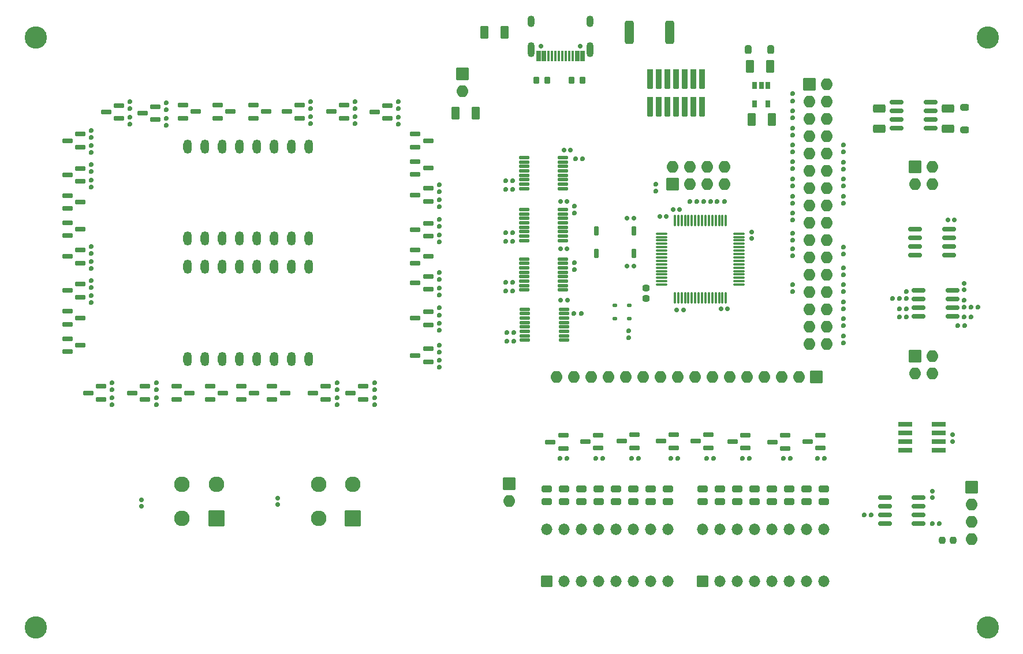
<source format=gbr>
%TF.GenerationSoftware,KiCad,Pcbnew,8.0.5*%
%TF.CreationDate,2024-11-21T16:50:39-07:00*%
%TF.ProjectId,CMPE2750,434d5045-3237-4353-902e-6b696361645f,rev?*%
%TF.SameCoordinates,Original*%
%TF.FileFunction,Soldermask,Top*%
%TF.FilePolarity,Negative*%
%FSLAX46Y46*%
G04 Gerber Fmt 4.6, Leading zero omitted, Abs format (unit mm)*
G04 Created by KiCad (PCBNEW 8.0.5) date 2024-11-21 16:50:39*
%MOMM*%
%LPD*%
G01*
G04 APERTURE LIST*
G04 Aperture macros list*
%AMRoundRect*
0 Rectangle with rounded corners*
0 $1 Rounding radius*
0 $2 $3 $4 $5 $6 $7 $8 $9 X,Y pos of 4 corners*
0 Add a 4 corners polygon primitive as box body*
4,1,4,$2,$3,$4,$5,$6,$7,$8,$9,$2,$3,0*
0 Add four circle primitives for the rounded corners*
1,1,$1+$1,$2,$3*
1,1,$1+$1,$4,$5*
1,1,$1+$1,$6,$7*
1,1,$1+$1,$8,$9*
0 Add four rect primitives between the rounded corners*
20,1,$1+$1,$2,$3,$4,$5,0*
20,1,$1+$1,$4,$5,$6,$7,0*
20,1,$1+$1,$6,$7,$8,$9,0*
20,1,$1+$1,$8,$9,$2,$3,0*%
G04 Aperture macros list end*
%ADD10RoundRect,0.035000X-0.990600X-0.279400X0.990600X-0.279400X0.990600X0.279400X-0.990600X0.279400X0*%
%ADD11RoundRect,0.130000X-0.205000X-0.130000X0.205000X-0.130000X0.205000X0.130000X-0.205000X0.130000X0*%
%ADD12RoundRect,0.152500X0.202500X-0.152500X0.202500X0.152500X-0.202500X0.152500X-0.202500X-0.152500X0*%
%ADD13RoundRect,0.130000X0.205000X0.130000X-0.205000X0.130000X-0.205000X-0.130000X0.205000X-0.130000X0*%
%ADD14RoundRect,0.157500X-0.187500X0.157500X-0.187500X-0.157500X0.187500X-0.157500X0.187500X0.157500X0*%
%ADD15RoundRect,0.261250X-0.473750X0.261250X-0.473750X-0.261250X0.473750X-0.261250X0.473750X0.261250X0*%
%ADD16RoundRect,0.157500X-0.157500X-0.187500X0.157500X-0.187500X0.157500X0.187500X-0.157500X0.187500X0*%
%ADD17RoundRect,0.242500X0.242500X0.392500X-0.242500X0.392500X-0.242500X-0.392500X0.242500X-0.392500X0*%
%ADD18RoundRect,0.035000X0.800000X-0.800000X0.800000X0.800000X-0.800000X0.800000X-0.800000X-0.800000X0*%
%ADD19O,1.670000X1.670000*%
%ADD20RoundRect,0.157500X0.187500X-0.157500X0.187500X0.157500X-0.187500X0.157500X-0.187500X-0.157500X0*%
%ADD21RoundRect,0.152500X0.152500X0.202500X-0.152500X0.202500X-0.152500X-0.202500X0.152500X-0.202500X0*%
%ADD22RoundRect,0.167500X-0.842500X-0.167500X0.842500X-0.167500X0.842500X0.167500X-0.842500X0.167500X0*%
%ADD23C,3.270000*%
%ADD24RoundRect,0.152500X-0.202500X0.152500X-0.202500X-0.152500X0.202500X-0.152500X0.202500X0.152500X0*%
%ADD25RoundRect,0.167500X0.605000X0.167500X-0.605000X0.167500X-0.605000X-0.167500X0.605000X-0.167500X0*%
%ADD26RoundRect,0.265217X0.344783X0.669783X-0.344783X0.669783X-0.344783X-0.669783X0.344783X-0.669783X0*%
%ADD27RoundRect,0.157500X0.157500X0.187500X-0.157500X0.187500X-0.157500X-0.187500X0.157500X-0.187500X0*%
%ADD28C,0.720000*%
%ADD29RoundRect,0.035000X0.300000X0.725000X-0.300000X0.725000X-0.300000X-0.725000X0.300000X-0.725000X0*%
%ADD30RoundRect,0.035000X0.150000X0.725000X-0.150000X0.725000X-0.150000X-0.725000X0.150000X-0.725000X0*%
%ADD31O,1.070000X2.170000*%
%ADD32O,1.070000X1.670000*%
%ADD33RoundRect,0.035000X-0.850000X-0.850000X0.850000X-0.850000X0.850000X0.850000X-0.850000X0.850000X0*%
%ADD34O,1.770000X1.770000*%
%ADD35RoundRect,0.167500X-0.605000X-0.167500X0.605000X-0.167500X0.605000X0.167500X-0.605000X0.167500X0*%
%ADD36O,1.270000X2.070000*%
%ADD37RoundRect,0.152500X-0.152500X-0.202500X0.152500X-0.202500X0.152500X0.202500X-0.152500X0.202500X0*%
%ADD38RoundRect,0.265217X-0.669783X0.344783X-0.669783X-0.344783X0.669783X-0.344783X0.669783X0.344783X0*%
%ADD39RoundRect,0.035000X0.850000X-0.850000X0.850000X0.850000X-0.850000X0.850000X-0.850000X-0.850000X0*%
%ADD40RoundRect,0.236250X0.236250X0.273750X-0.236250X0.273750X-0.236250X-0.273750X0.236250X-0.273750X0*%
%ADD41RoundRect,0.117500X-0.655000X-0.117500X0.655000X-0.117500X0.655000X0.117500X-0.655000X0.117500X0*%
%ADD42RoundRect,0.035000X-0.279400X0.622300X-0.279400X-0.622300X0.279400X-0.622300X0.279400X0.622300X0*%
%ADD43RoundRect,0.264286X-0.383214X-1.445714X0.383214X-1.445714X0.383214X1.445714X-0.383214X1.445714X0*%
%ADD44RoundRect,0.265217X-0.344783X-0.669783X0.344783X-0.669783X0.344783X0.669783X-0.344783X0.669783X0*%
%ADD45RoundRect,0.092500X-0.717500X-0.092500X0.717500X-0.092500X0.717500X0.092500X-0.717500X0.092500X0*%
%ADD46RoundRect,0.092500X-0.092500X-0.717500X0.092500X-0.717500X0.092500X0.717500X-0.092500X0.717500X0*%
%ADD47RoundRect,0.217500X-0.217500X-0.292500X0.217500X-0.292500X0.217500X0.292500X-0.217500X0.292500X0*%
%ADD48RoundRect,0.035000X-0.850000X0.850000X-0.850000X-0.850000X0.850000X-0.850000X0.850000X0.850000X0*%
%ADD49RoundRect,0.035000X1.104900X1.104900X-1.104900X1.104900X-1.104900X-1.104900X1.104900X-1.104900X0*%
%ADD50C,2.279800*%
%ADD51RoundRect,0.217500X0.217500X0.292500X-0.217500X0.292500X-0.217500X-0.292500X0.217500X-0.292500X0*%
%ADD52RoundRect,0.242500X-0.392500X0.242500X-0.392500X-0.242500X0.392500X-0.242500X0.392500X0.242500X0*%
%ADD53RoundRect,0.035000X0.368300X1.397000X-0.368300X1.397000X-0.368300X-1.397000X0.368300X-1.397000X0*%
%ADD54RoundRect,0.236250X0.273750X-0.236250X0.273750X0.236250X-0.273750X0.236250X-0.273750X-0.236250X0*%
%ADD55RoundRect,0.265217X0.669783X-0.344783X0.669783X0.344783X-0.669783X0.344783X-0.669783X-0.344783X0*%
%ADD56RoundRect,0.035000X-0.299999X-0.500000X0.299999X-0.500000X0.299999X0.500000X-0.299999X0.500000X0*%
G04 APERTURE END LIST*
D10*
%TO.C,U13*%
X185072400Y-107750000D03*
X185072400Y-109020000D03*
X185072400Y-110290000D03*
X185072400Y-111560000D03*
X190000000Y-111560000D03*
X190000000Y-110290000D03*
X190000000Y-109020000D03*
X190000000Y-107750000D03*
%TD*%
D11*
%TO.C,D20*%
X144550000Y-90250000D03*
X142450000Y-90250000D03*
%TD*%
D12*
%TO.C,R39*%
X144500000Y-95010000D03*
X144500000Y-93990000D03*
%TD*%
D13*
%TO.C,D19*%
X144550000Y-92250000D03*
X142450000Y-92250000D03*
%TD*%
D14*
%TO.C,C16*%
X192000000Y-109270000D03*
X192000000Y-110230000D03*
%TD*%
D15*
%TO.C,D12*%
X157860000Y-117202500D03*
X157860000Y-119077500D03*
%TD*%
%TO.C,D15*%
X165480000Y-117202500D03*
X165480000Y-119077500D03*
%TD*%
D12*
%TO.C,R9*%
X176000000Y-85770000D03*
X176000000Y-84750000D03*
%TD*%
D16*
%TO.C,C2*%
X151000000Y-76250000D03*
X151960000Y-76250000D03*
%TD*%
D17*
%TO.C,D1*%
X165350000Y-52750000D03*
X162050000Y-52750000D03*
%TD*%
D18*
%TO.C,SW2*%
X132460000Y-130760000D03*
D19*
X135000000Y-130760000D03*
X137540000Y-130760000D03*
X140080000Y-130760000D03*
X142620000Y-130760000D03*
X145160000Y-130760000D03*
X147700000Y-130760000D03*
X150240000Y-130760000D03*
X150240000Y-123140000D03*
X147700000Y-123140000D03*
X145160000Y-123140000D03*
X142620000Y-123140000D03*
X140080000Y-123140000D03*
X137540000Y-123140000D03*
X135000000Y-123140000D03*
X132460000Y-123140000D03*
%TD*%
D20*
%TO.C,C13*%
X189050000Y-118500000D03*
X189050000Y-117540000D03*
%TD*%
D16*
%TO.C,C4*%
X149040000Y-77250000D03*
X150000000Y-77250000D03*
%TD*%
D21*
%TO.C,R182*%
X156960000Y-112760000D03*
X155940000Y-112760000D03*
%TD*%
D22*
%TO.C,U4*%
X182050000Y-118460000D03*
X182050000Y-119730000D03*
X182050000Y-121000000D03*
X182050000Y-122270000D03*
X187000000Y-122270000D03*
X187000000Y-121000000D03*
X187000000Y-119730000D03*
X187000000Y-118460000D03*
%TD*%
D23*
%TO.C,H2*%
X197125000Y-51000000D03*
%TD*%
D12*
%TO.C,R4*%
X176000000Y-67770000D03*
X176000000Y-66750000D03*
%TD*%
%TO.C,R13*%
X176000000Y-95760000D03*
X176000000Y-94740000D03*
%TD*%
D24*
%TO.C,R47*%
X71330000Y-60410000D03*
X71330000Y-61430000D03*
%TD*%
%TO.C,R75*%
X107205000Y-101610000D03*
X107205000Y-102630000D03*
%TD*%
D25*
%TO.C,Q65*%
X172575000Y-111210000D03*
X172575000Y-109310000D03*
X170700000Y-110260000D03*
%TD*%
D26*
%TO.C,C9*%
X165250000Y-55250000D03*
X162300000Y-55250000D03*
%TD*%
D12*
%TO.C,R10*%
X176000000Y-88260000D03*
X176000000Y-87240000D03*
%TD*%
D24*
%TO.C,R50*%
X116705000Y-72560000D03*
X116705000Y-73580000D03*
%TD*%
D27*
%TO.C,C3*%
X158980000Y-90750000D03*
X158020000Y-90750000D03*
%TD*%
D24*
%TO.C,R80*%
X116705000Y-90660000D03*
X116705000Y-91680000D03*
%TD*%
D28*
%TO.C,J6*%
X137390000Y-52250000D03*
X131610000Y-52250000D03*
D29*
X137750000Y-53695000D03*
X136950000Y-53695000D03*
D30*
X135750000Y-53695000D03*
X134750000Y-53695000D03*
X134250000Y-53695000D03*
X133250000Y-53695000D03*
D29*
X132050000Y-53695000D03*
X131250000Y-53695000D03*
X131250000Y-53695000D03*
X132050000Y-53695000D03*
D30*
X132750000Y-53695000D03*
X133750000Y-53695000D03*
X135250000Y-53695000D03*
X136250000Y-53695000D03*
D29*
X136950000Y-53695000D03*
X137750000Y-53695000D03*
D31*
X138820000Y-52780000D03*
D32*
X138820000Y-48600000D03*
D31*
X130180000Y-52780000D03*
D32*
X130180000Y-48600000D03*
%TD*%
D26*
%TO.C,C31*%
X126250000Y-50250000D03*
X123300000Y-50250000D03*
%TD*%
D25*
%TO.C,Q55*%
X151075000Y-111160000D03*
X151075000Y-109260000D03*
X149200000Y-110210000D03*
%TD*%
D24*
%TO.C,R65*%
X71330000Y-62660000D03*
X71330000Y-63680000D03*
%TD*%
D33*
%TO.C,J8*%
X186460000Y-70000000D03*
D34*
X189000000Y-70000000D03*
X186460000Y-72540000D03*
X189000000Y-72540000D03*
%TD*%
D21*
%TO.C,R91*%
X137510000Y-91500000D03*
X136490000Y-91500000D03*
%TD*%
D24*
%TO.C,R100*%
X116705000Y-98360000D03*
X116705000Y-99380000D03*
%TD*%
D15*
%TO.C,D8*%
X145160000Y-117202500D03*
X145160000Y-119077500D03*
%TD*%
D25*
%TO.C,Q4*%
X115080000Y-75020000D03*
X115080000Y-73120000D03*
X113205000Y-74070000D03*
%TD*%
D15*
%TO.C,D11*%
X160400000Y-117202500D03*
X160400000Y-119077500D03*
%TD*%
%TO.C,D17*%
X170560000Y-117202500D03*
X170560000Y-119077500D03*
%TD*%
%TO.C,D7*%
X147700000Y-117202500D03*
X147700000Y-119077500D03*
%TD*%
D35*
%TO.C,Q44*%
X113205000Y-82170000D03*
X113205000Y-84070000D03*
X115080000Y-83120000D03*
%TD*%
D23*
%TO.C,H3*%
X197125000Y-137500000D03*
%TD*%
D12*
%TO.C,R2*%
X168500000Y-70250000D03*
X168500000Y-69230000D03*
%TD*%
D36*
%TO.C,U10*%
X79800000Y-80500000D03*
X82340000Y-80500000D03*
X84880000Y-80500000D03*
X87420000Y-80500000D03*
X89960000Y-80500000D03*
X92500000Y-80500000D03*
X95040000Y-80500000D03*
X97580000Y-80500000D03*
X97580000Y-67000000D03*
X95040000Y-67000000D03*
X92500000Y-67000000D03*
X89960000Y-67000000D03*
X87420000Y-67000000D03*
X84880000Y-67000000D03*
X82340000Y-67000000D03*
X79800000Y-67000000D03*
%TD*%
D37*
%TO.C,R63*%
X126490000Y-73250000D03*
X127510000Y-73250000D03*
%TD*%
D15*
%TO.C,D3*%
X132460000Y-117202500D03*
X132460000Y-119077500D03*
%TD*%
D25*
%TO.C,Q53*%
X140012500Y-111210000D03*
X140012500Y-109310000D03*
X138137500Y-110260000D03*
%TD*%
%TO.C,Q25*%
X115080000Y-93120000D03*
X115080000Y-91220000D03*
X113205000Y-92170000D03*
%TD*%
D20*
%TO.C,C32*%
X73000000Y-119750000D03*
X73000000Y-118790000D03*
%TD*%
D26*
%TO.C,C10*%
X165500000Y-63000000D03*
X162550000Y-63000000D03*
%TD*%
D25*
%TO.C,Q5*%
X64080000Y-72120000D03*
X64080000Y-70220000D03*
X62205000Y-71170000D03*
%TD*%
D38*
%TO.C,C11*%
X181275000Y-61410000D03*
X181275000Y-64360000D03*
%TD*%
D27*
%TO.C,C7*%
X145230000Y-84500000D03*
X144270000Y-84500000D03*
%TD*%
D25*
%TO.C,Q23*%
X73580000Y-104070000D03*
X73580000Y-102170000D03*
X71705000Y-103120000D03*
%TD*%
D24*
%TO.C,R93*%
X107205000Y-103860000D03*
X107205000Y-104880000D03*
%TD*%
D25*
%TO.C,Q20*%
X105580000Y-104070000D03*
X105580000Y-102170000D03*
X103705000Y-103120000D03*
%TD*%
D12*
%TO.C,R21*%
X168500000Y-80720000D03*
X168500000Y-79700000D03*
%TD*%
D15*
%TO.C,D14*%
X155320000Y-117202500D03*
X155320000Y-119077500D03*
%TD*%
D24*
%TO.C,R70*%
X97830000Y-62610000D03*
X97830000Y-63630000D03*
%TD*%
%TO.C,R97*%
X116705000Y-87735000D03*
X116705000Y-88755000D03*
%TD*%
D35*
%TO.C,Q50*%
X83080000Y-102170000D03*
X83080000Y-104070000D03*
X84955000Y-103120000D03*
%TD*%
D27*
%TO.C,C27*%
X135500000Y-89500000D03*
X134540000Y-89500000D03*
%TD*%
D37*
%TO.C,R85*%
X126627500Y-94250000D03*
X127647500Y-94250000D03*
%TD*%
D24*
%TO.C,R72*%
X65705000Y-66860000D03*
X65705000Y-67880000D03*
%TD*%
D25*
%TO.C,Q51*%
X134887500Y-111260000D03*
X134887500Y-109360000D03*
X133012500Y-110310000D03*
%TD*%
D35*
%TO.C,Q41*%
X113205000Y-69170000D03*
X113205000Y-71070000D03*
X115080000Y-70120000D03*
%TD*%
D15*
%TO.C,D9*%
X150240000Y-117202500D03*
X150240000Y-119077500D03*
%TD*%
D37*
%TO.C,R56*%
X126490000Y-80875000D03*
X127510000Y-80875000D03*
%TD*%
D22*
%TO.C,U5*%
X186500000Y-79095000D03*
X186500000Y-80365000D03*
X186500000Y-81635000D03*
X186500000Y-82905000D03*
X191450000Y-82905000D03*
X191450000Y-81635000D03*
X191450000Y-80365000D03*
X191450000Y-79095000D03*
%TD*%
D25*
%TO.C,Q9*%
X109080000Y-62870000D03*
X109080000Y-60970000D03*
X107205000Y-61920000D03*
%TD*%
D20*
%TO.C,C8*%
X93000000Y-119480000D03*
X93000000Y-118520000D03*
%TD*%
D21*
%TO.C,R171*%
X151710000Y-112760000D03*
X150690000Y-112760000D03*
%TD*%
D24*
%TO.C,R82*%
X116705000Y-96110000D03*
X116705000Y-97130000D03*
%TD*%
D33*
%TO.C,J3*%
X171000000Y-57850000D03*
D34*
X173540000Y-57850000D03*
X171000000Y-60390000D03*
X173540000Y-60390000D03*
X171000000Y-62930000D03*
X173540000Y-62930000D03*
X171000000Y-65470000D03*
X173540000Y-65470000D03*
X171000000Y-68010000D03*
X173540000Y-68010000D03*
X171000000Y-70550000D03*
X173540000Y-70550000D03*
X171000000Y-73090000D03*
X173540000Y-73090000D03*
X171000000Y-75630000D03*
X173540000Y-75630000D03*
X171000000Y-78170000D03*
X173540000Y-78170000D03*
X171000000Y-80710000D03*
X173540000Y-80710000D03*
X171000000Y-83250000D03*
X173540000Y-83250000D03*
X171000000Y-85790000D03*
X173540000Y-85790000D03*
X171000000Y-88330000D03*
X173540000Y-88330000D03*
X171000000Y-90870000D03*
X173540000Y-90870000D03*
X171000000Y-93410000D03*
X173540000Y-93410000D03*
X171000000Y-95950000D03*
X173540000Y-95950000D03*
%TD*%
D25*
%TO.C,Q21*%
X64080000Y-89070000D03*
X64080000Y-87170000D03*
X62205000Y-88120000D03*
%TD*%
D18*
%TO.C,SW3*%
X155320000Y-130760000D03*
D19*
X157860000Y-130760000D03*
X160400000Y-130760000D03*
X162940000Y-130760000D03*
X165480000Y-130760000D03*
X168020000Y-130760000D03*
X170560000Y-130760000D03*
X173100000Y-130760000D03*
X173100000Y-123140000D03*
X170560000Y-123140000D03*
X168020000Y-123140000D03*
X165480000Y-123140000D03*
X162940000Y-123140000D03*
X160400000Y-123140000D03*
X157860000Y-123140000D03*
X155320000Y-123140000D03*
%TD*%
D24*
%TO.C,R51*%
X65705000Y-69660000D03*
X65705000Y-70680000D03*
%TD*%
D22*
%TO.C,U3*%
X183800000Y-60480000D03*
X183800000Y-61750000D03*
X183800000Y-63020000D03*
X183800000Y-64290000D03*
X188750000Y-64290000D03*
X188750000Y-63020000D03*
X188750000Y-61750000D03*
X188750000Y-60480000D03*
%TD*%
D23*
%TO.C,H4*%
X57500000Y-137500000D03*
%TD*%
D37*
%TO.C,R24*%
X155490000Y-75000000D03*
X156510000Y-75000000D03*
%TD*%
D25*
%TO.C,Q8*%
X64080000Y-67070000D03*
X64080000Y-65170000D03*
X62205000Y-66120000D03*
%TD*%
D15*
%TO.C,D5*%
X137540000Y-117202500D03*
X137540000Y-119077500D03*
%TD*%
D24*
%TO.C,R92*%
X65705000Y-83860000D03*
X65705000Y-84880000D03*
%TD*%
D39*
%TO.C,J2*%
X150960000Y-72540000D03*
D34*
X150960000Y-70000000D03*
X153500000Y-72540000D03*
X153500000Y-70000000D03*
X156040000Y-72540000D03*
X156040000Y-70000000D03*
X158580000Y-72540000D03*
X158580000Y-70000000D03*
%TD*%
D12*
%TO.C,R17*%
X168500000Y-65270000D03*
X168500000Y-64250000D03*
%TD*%
D40*
%TO.C,FB2*%
X192037500Y-124710000D03*
X190462500Y-124710000D03*
%TD*%
D37*
%TO.C,R83*%
X126627500Y-95500000D03*
X127647500Y-95500000D03*
%TD*%
D27*
%TO.C,C6*%
X145230000Y-77500000D03*
X144270000Y-77500000D03*
%TD*%
D41*
%TO.C,U8*%
X129137500Y-76225000D03*
X129137500Y-76875000D03*
X129137500Y-77525000D03*
X129137500Y-78175000D03*
X129137500Y-78825000D03*
X129137500Y-79475000D03*
X129137500Y-80125000D03*
X129137500Y-80775000D03*
X134862500Y-80775000D03*
X134862500Y-80125000D03*
X134862500Y-79475000D03*
X134862500Y-78825000D03*
X134862500Y-78175000D03*
X134862500Y-77525000D03*
X134862500Y-76875000D03*
X134862500Y-76225000D03*
%TD*%
D37*
%TO.C,R25*%
X153490000Y-75000000D03*
X154510000Y-75000000D03*
%TD*%
D33*
%TO.C,J9*%
X120080000Y-56345000D03*
D34*
X120080000Y-58885000D03*
%TD*%
D12*
%TO.C,R12*%
X176000000Y-93260000D03*
X176000000Y-92240000D03*
%TD*%
D21*
%TO.C,R27*%
X180060000Y-121020000D03*
X179040000Y-121020000D03*
%TD*%
D24*
%TO.C,R54*%
X65705000Y-64610000D03*
X65705000Y-65630000D03*
%TD*%
D25*
%TO.C,Q7*%
X102767500Y-62820000D03*
X102767500Y-60920000D03*
X100892500Y-61870000D03*
%TD*%
D24*
%TO.C,R48*%
X116705000Y-77660000D03*
X116705000Y-78680000D03*
%TD*%
%TO.C,R53*%
X104392500Y-60360000D03*
X104392500Y-61380000D03*
%TD*%
D25*
%TO.C,Q3*%
X75080000Y-63020000D03*
X75080000Y-61120000D03*
X73205000Y-62070000D03*
%TD*%
%TO.C,Q22*%
X100080000Y-104070000D03*
X100080000Y-102170000D03*
X98205000Y-103120000D03*
%TD*%
D35*
%TO.C,Q47*%
X87705000Y-102170000D03*
X87705000Y-104070000D03*
X89580000Y-103120000D03*
%TD*%
D42*
%TO.C,X1*%
X145250000Y-79361700D03*
X139750000Y-79361700D03*
X139750000Y-82638300D03*
X145250000Y-82638300D03*
%TD*%
D24*
%TO.C,R96*%
X75205000Y-103860000D03*
X75205000Y-104880000D03*
%TD*%
D12*
%TO.C,R8*%
X176000000Y-82770000D03*
X176000000Y-81750000D03*
%TD*%
%TO.C,R5*%
X176000000Y-70270000D03*
X176000000Y-69250000D03*
%TD*%
D37*
%TO.C,R58*%
X126490000Y-79625000D03*
X127510000Y-79625000D03*
%TD*%
D35*
%TO.C,Q46*%
X62205000Y-95170000D03*
X62205000Y-97070000D03*
X64080000Y-96120000D03*
%TD*%
D25*
%TO.C,Q63*%
X167450000Y-111260000D03*
X167450000Y-109360000D03*
X165575000Y-110310000D03*
%TD*%
D23*
%TO.C,H1*%
X57500000Y-51000000D03*
%TD*%
D24*
%TO.C,R69*%
X65705000Y-71910000D03*
X65705000Y-72930000D03*
%TD*%
%TO.C,R71*%
X104392500Y-62610000D03*
X104392500Y-63630000D03*
%TD*%
D43*
%TO.C,R14*%
X144575000Y-50250000D03*
X150500000Y-50250000D03*
%TD*%
D41*
%TO.C,U9*%
X129137500Y-83475000D03*
X129137500Y-84125000D03*
X129137500Y-84775000D03*
X129137500Y-85425000D03*
X129137500Y-86075000D03*
X129137500Y-86725000D03*
X129137500Y-87375000D03*
X129137500Y-88025000D03*
X134862500Y-88025000D03*
X134862500Y-87375000D03*
X134862500Y-86725000D03*
X134862500Y-86075000D03*
X134862500Y-85425000D03*
X134862500Y-84775000D03*
X134862500Y-84125000D03*
X134862500Y-83475000D03*
%TD*%
D35*
%TO.C,Q42*%
X62205000Y-74170000D03*
X62205000Y-76070000D03*
X64080000Y-75120000D03*
%TD*%
D44*
%TO.C,C26*%
X119105000Y-62120000D03*
X122055000Y-62120000D03*
%TD*%
D24*
%TO.C,R77*%
X101705000Y-101610000D03*
X101705000Y-102630000D03*
%TD*%
D21*
%TO.C,R179*%
X162210000Y-112760000D03*
X161190000Y-112760000D03*
%TD*%
%TO.C,R163*%
X135460000Y-112760000D03*
X134440000Y-112760000D03*
%TD*%
D24*
%TO.C,R67*%
X76705000Y-62810000D03*
X76705000Y-63830000D03*
%TD*%
D12*
%TO.C,R16*%
X168500000Y-62750000D03*
X168500000Y-61730000D03*
%TD*%
D45*
%TO.C,U1*%
X149325000Y-79750000D03*
X149325000Y-80250000D03*
X149325000Y-80750000D03*
X149325000Y-81250000D03*
X149325000Y-81750000D03*
X149325000Y-82250000D03*
X149325000Y-82750000D03*
X149325000Y-83250000D03*
X149325000Y-83750000D03*
X149325000Y-84250000D03*
X149325000Y-84750000D03*
X149325000Y-85250000D03*
X149325000Y-85750000D03*
X149325000Y-86250000D03*
X149325000Y-86750000D03*
X149325000Y-87250000D03*
D46*
X151250000Y-89175000D03*
X151750000Y-89175000D03*
X152250000Y-89175000D03*
X152750000Y-89175000D03*
X153250000Y-89175000D03*
X153750000Y-89175000D03*
X154250000Y-89175000D03*
X154750000Y-89175000D03*
X155250000Y-89175000D03*
X155750000Y-89175000D03*
X156250000Y-89175000D03*
X156750000Y-89175000D03*
X157250000Y-89175000D03*
X157750000Y-89175000D03*
X158250000Y-89175000D03*
X158750000Y-89175000D03*
D45*
X160675000Y-87250000D03*
X160675000Y-86750000D03*
X160675000Y-86250000D03*
X160675000Y-85750000D03*
X160675000Y-85250000D03*
X160675000Y-84750000D03*
X160675000Y-84250000D03*
X160675000Y-83750000D03*
X160675000Y-83250000D03*
X160675000Y-82750000D03*
X160675000Y-82250000D03*
X160675000Y-81750000D03*
X160675000Y-81250000D03*
X160675000Y-80750000D03*
X160675000Y-80250000D03*
X160675000Y-79750000D03*
D46*
X158750000Y-77825000D03*
X158250000Y-77825000D03*
X157750000Y-77825000D03*
X157250000Y-77825000D03*
X156750000Y-77825000D03*
X156250000Y-77825000D03*
X155750000Y-77825000D03*
X155250000Y-77825000D03*
X154750000Y-77825000D03*
X154250000Y-77825000D03*
X153750000Y-77825000D03*
X153250000Y-77825000D03*
X152750000Y-77825000D03*
X152250000Y-77825000D03*
X151750000Y-77825000D03*
X151250000Y-77825000D03*
%TD*%
D15*
%TO.C,D6*%
X140080000Y-117202500D03*
X140080000Y-119077500D03*
%TD*%
D35*
%TO.C,Q37*%
X89455000Y-60920000D03*
X89455000Y-62820000D03*
X91330000Y-61870000D03*
%TD*%
%TO.C,Q38*%
X79142500Y-60920000D03*
X79142500Y-62820000D03*
X81017500Y-61870000D03*
%TD*%
D37*
%TO.C,R28*%
X189030000Y-122270000D03*
X190050000Y-122270000D03*
%TD*%
D27*
%TO.C,C5*%
X152500000Y-91000000D03*
X151540000Y-91000000D03*
%TD*%
D16*
%TO.C,C24*%
X135020000Y-67500000D03*
X135980000Y-67500000D03*
%TD*%
D25*
%TO.C,Q24*%
X115080000Y-87945000D03*
X115080000Y-86045000D03*
X113205000Y-86995000D03*
%TD*%
D21*
%TO.C,R189*%
X173210000Y-112760000D03*
X172190000Y-112760000D03*
%TD*%
%TO.C,R57*%
X137760000Y-68750000D03*
X136740000Y-68750000D03*
%TD*%
D24*
%TO.C,R78*%
X75205000Y-101610000D03*
X75205000Y-102630000D03*
%TD*%
D47*
%TO.C,R29*%
X136100000Y-57250000D03*
X137750000Y-57250000D03*
%TD*%
D24*
%TO.C,R66*%
X116705000Y-79910000D03*
X116705000Y-80930000D03*
%TD*%
D25*
%TO.C,Q58*%
X145325000Y-111160000D03*
X145325000Y-109260000D03*
X143450000Y-110210000D03*
%TD*%
D24*
%TO.C,R68*%
X116705000Y-74810000D03*
X116705000Y-75830000D03*
%TD*%
D27*
%TO.C,C14*%
X192250000Y-77750000D03*
X191290000Y-77750000D03*
%TD*%
D24*
%TO.C,R99*%
X68705000Y-103860000D03*
X68705000Y-104880000D03*
%TD*%
D21*
%TO.C,R165*%
X140700000Y-112760000D03*
X139680000Y-112760000D03*
%TD*%
D25*
%TO.C,Q6*%
X96205000Y-62820000D03*
X96205000Y-60920000D03*
X94330000Y-61870000D03*
%TD*%
D33*
%TO.C,J5*%
X194750000Y-116920000D03*
D34*
X194750000Y-119460000D03*
X194750000Y-122000000D03*
X194750000Y-124540000D03*
%TD*%
D12*
%TO.C,R6*%
X176000000Y-72760000D03*
X176000000Y-71740000D03*
%TD*%
D48*
%TO.C,J4*%
X171980000Y-100750000D03*
D34*
X169440000Y-100750000D03*
X166900000Y-100750000D03*
X164360000Y-100750000D03*
X161820000Y-100750000D03*
X159280000Y-100750000D03*
X156740000Y-100750000D03*
X154200000Y-100750000D03*
X151660000Y-100750000D03*
X149120000Y-100750000D03*
X146580000Y-100750000D03*
X144040000Y-100750000D03*
X141500000Y-100750000D03*
X138960000Y-100750000D03*
X136420000Y-100750000D03*
X133880000Y-100750000D03*
%TD*%
D27*
%TO.C,C25*%
X135460000Y-75000000D03*
X134500000Y-75000000D03*
%TD*%
D12*
%TO.C,R3*%
X168500000Y-67750000D03*
X168500000Y-66730000D03*
%TD*%
D37*
%TO.C,R90*%
X126490000Y-88125000D03*
X127510000Y-88125000D03*
%TD*%
D49*
%TO.C,SW4*%
X84000000Y-121500000D03*
D50*
X84000000Y-116500000D03*
X79000000Y-116500000D03*
X79000000Y-121500000D03*
%TD*%
D12*
%TO.C,R20*%
X168500000Y-77770000D03*
X168500000Y-76750000D03*
%TD*%
D24*
%TO.C,R79*%
X116705000Y-85485000D03*
X116705000Y-86505000D03*
%TD*%
D15*
%TO.C,D16*%
X168020000Y-117202500D03*
X168020000Y-119077500D03*
%TD*%
D12*
%TO.C,R84*%
X136500000Y-85010000D03*
X136500000Y-83990000D03*
%TD*%
D51*
%TO.C,R30*%
X132575000Y-57250000D03*
X130925000Y-57250000D03*
%TD*%
D52*
%TO.C,D2*%
X193775000Y-61235000D03*
X193775000Y-64535000D03*
%TD*%
D35*
%TO.C,Q39*%
X84205000Y-60920000D03*
X84205000Y-62820000D03*
X86080000Y-61870000D03*
%TD*%
D24*
%TO.C,R76*%
X65705000Y-86610000D03*
X65705000Y-87630000D03*
%TD*%
%TO.C,R52*%
X97830000Y-60360000D03*
X97830000Y-61380000D03*
%TD*%
%TO.C,R64*%
X136500000Y-75740000D03*
X136500000Y-76760000D03*
%TD*%
D25*
%TO.C,Q59*%
X161575000Y-111210000D03*
X161575000Y-109310000D03*
X159700000Y-110260000D03*
%TD*%
%TO.C,Q62*%
X156200000Y-111160000D03*
X156200000Y-109260000D03*
X154325000Y-110210000D03*
%TD*%
%TO.C,Q26*%
X67080000Y-104070000D03*
X67080000Y-102170000D03*
X65205000Y-103120000D03*
%TD*%
D24*
%TO.C,R98*%
X116705000Y-92910000D03*
X116705000Y-93930000D03*
%TD*%
D12*
%TO.C,R15*%
X168500000Y-60270000D03*
X168500000Y-59250000D03*
%TD*%
D34*
%TO.C,J7*%
X189000000Y-100265000D03*
X186460000Y-100265000D03*
X189000000Y-97725000D03*
D33*
X186460000Y-97725000D03*
%TD*%
%TO.C,J10*%
X127000000Y-116460000D03*
D34*
X127000000Y-119000000D03*
%TD*%
D35*
%TO.C,Q45*%
X62205000Y-91170000D03*
X62205000Y-93070000D03*
X64080000Y-92120000D03*
%TD*%
D53*
%TO.C,J1*%
X155276600Y-57124400D03*
X155276600Y-61188400D03*
X154006600Y-57124400D03*
X154006600Y-61188400D03*
X152736600Y-57124400D03*
X152736600Y-61188400D03*
X151466600Y-57124400D03*
X151466600Y-61188400D03*
X150196600Y-57124400D03*
X150196600Y-61188400D03*
X148926600Y-57124400D03*
X148926600Y-61188400D03*
X147656600Y-57124400D03*
X147656600Y-61188400D03*
%TD*%
D37*
%TO.C,R60*%
X126490000Y-72000000D03*
X127510000Y-72000000D03*
%TD*%
D15*
%TO.C,D10*%
X142620000Y-117202500D03*
X142620000Y-119077500D03*
%TD*%
D21*
%TO.C,R187*%
X168210000Y-112760000D03*
X167190000Y-112760000D03*
%TD*%
D27*
%TO.C,C28*%
X135460000Y-82000000D03*
X134500000Y-82000000D03*
%TD*%
D24*
%TO.C,R49*%
X76705000Y-60560000D03*
X76705000Y-61580000D03*
%TD*%
D14*
%TO.C,C1*%
X162500000Y-79520000D03*
X162500000Y-80480000D03*
%TD*%
D15*
%TO.C,D4*%
X135000000Y-117202500D03*
X135000000Y-119077500D03*
%TD*%
D35*
%TO.C,Q43*%
X62205000Y-78170000D03*
X62205000Y-80070000D03*
X64080000Y-79120000D03*
%TD*%
D37*
%TO.C,R87*%
X126490000Y-86875000D03*
X127510000Y-86875000D03*
%TD*%
D25*
%TO.C,Q19*%
X64080000Y-84070000D03*
X64080000Y-82170000D03*
X62205000Y-83120000D03*
%TD*%
D35*
%TO.C,Q49*%
X78205000Y-102170000D03*
X78205000Y-104070000D03*
X80080000Y-103120000D03*
%TD*%
%TO.C,Q48*%
X92205000Y-102170000D03*
X92205000Y-104070000D03*
X94080000Y-103120000D03*
%TD*%
D21*
%TO.C,R174*%
X145960000Y-112760000D03*
X144940000Y-112760000D03*
%TD*%
D37*
%TO.C,R23*%
X157490000Y-75000000D03*
X158510000Y-75000000D03*
%TD*%
D24*
%TO.C,R95*%
X101705000Y-103860000D03*
X101705000Y-104880000D03*
%TD*%
D25*
%TO.C,Q1*%
X69705000Y-62870000D03*
X69705000Y-60970000D03*
X67830000Y-61920000D03*
%TD*%
D24*
%TO.C,R81*%
X68705000Y-101610000D03*
X68705000Y-102630000D03*
%TD*%
D12*
%TO.C,R18*%
X168500000Y-72760000D03*
X168500000Y-71740000D03*
%TD*%
D24*
%TO.C,R55*%
X110705000Y-60410000D03*
X110705000Y-61430000D03*
%TD*%
D49*
%TO.C,SW1*%
X104000000Y-121500000D03*
D50*
X104000000Y-116500000D03*
X99000000Y-116500000D03*
X99000000Y-121500000D03*
%TD*%
D35*
%TO.C,Q40*%
X113205000Y-65170000D03*
X113205000Y-67070000D03*
X115080000Y-66120000D03*
%TD*%
D24*
%TO.C,R94*%
X65705000Y-88860000D03*
X65705000Y-89880000D03*
%TD*%
D25*
%TO.C,Q27*%
X115080000Y-98570000D03*
X115080000Y-96670000D03*
X113205000Y-97620000D03*
%TD*%
D41*
%TO.C,U7*%
X129137500Y-68600000D03*
X129137500Y-69250000D03*
X129137500Y-69900000D03*
X129137500Y-70550000D03*
X129137500Y-71200000D03*
X129137500Y-71850000D03*
X129137500Y-72500000D03*
X129137500Y-73150000D03*
X134862500Y-73150000D03*
X134862500Y-72500000D03*
X134862500Y-71850000D03*
X134862500Y-71200000D03*
X134862500Y-70550000D03*
X134862500Y-69900000D03*
X134862500Y-69250000D03*
X134862500Y-68600000D03*
%TD*%
D25*
%TO.C,Q2*%
X115080000Y-80120000D03*
X115080000Y-78220000D03*
X113205000Y-79170000D03*
%TD*%
D15*
%TO.C,D18*%
X173100000Y-117202500D03*
X173100000Y-119077500D03*
%TD*%
D12*
%TO.C,R1*%
X168500000Y-88250000D03*
X168500000Y-87230000D03*
%TD*%
D36*
%TO.C,U11*%
X79800000Y-98120000D03*
X82340000Y-98120000D03*
X84880000Y-98120000D03*
X87420000Y-98120000D03*
X89960000Y-98120000D03*
X92500000Y-98120000D03*
X95040000Y-98120000D03*
X97580000Y-98120000D03*
X97580000Y-84620000D03*
X95040000Y-84620000D03*
X92500000Y-84620000D03*
X89960000Y-84620000D03*
X87420000Y-84620000D03*
X84880000Y-84620000D03*
X82340000Y-84620000D03*
X79800000Y-84620000D03*
%TD*%
D24*
%TO.C,R73*%
X110705000Y-62660000D03*
X110705000Y-63680000D03*
%TD*%
D12*
%TO.C,R7*%
X176000000Y-75260000D03*
X176000000Y-74240000D03*
%TD*%
D24*
%TO.C,R26*%
X148500000Y-72490000D03*
X148500000Y-73510000D03*
%TD*%
D54*
%TO.C,FB1*%
X147000000Y-89287500D03*
X147000000Y-87712500D03*
%TD*%
D55*
%TO.C,C12*%
X191275000Y-64360000D03*
X191275000Y-61410000D03*
%TD*%
D56*
%TO.C,U2*%
X164875002Y-58000000D03*
X163925001Y-58000000D03*
X162975003Y-58000000D03*
X162975003Y-60750000D03*
X164875002Y-60750000D03*
%TD*%
D12*
%TO.C,R22*%
X168500000Y-83010000D03*
X168500000Y-81990000D03*
%TD*%
%TO.C,R11*%
X176000000Y-90760000D03*
X176000000Y-89740000D03*
%TD*%
%TO.C,R19*%
X168500000Y-75260000D03*
X168500000Y-74240000D03*
%TD*%
D15*
%TO.C,D13*%
X162940000Y-117202500D03*
X162940000Y-119077500D03*
%TD*%
D24*
%TO.C,R74*%
X65705000Y-81610000D03*
X65705000Y-82630000D03*
%TD*%
D41*
%TO.C,U12*%
X129275000Y-90850000D03*
X129275000Y-91500000D03*
X129275000Y-92150000D03*
X129275000Y-92800000D03*
X129275000Y-93450000D03*
X129275000Y-94100000D03*
X129275000Y-94750000D03*
X129275000Y-95400000D03*
X135000000Y-95400000D03*
X135000000Y-94750000D03*
X135000000Y-94100000D03*
X135000000Y-93450000D03*
X135000000Y-92800000D03*
X135000000Y-92150000D03*
X135000000Y-91500000D03*
X135000000Y-90850000D03*
%TD*%
D21*
%TO.C,R37*%
X185235000Y-92000000D03*
X184215000Y-92000000D03*
%TD*%
D22*
%TO.C,U6*%
X187000000Y-88095000D03*
X187000000Y-89365000D03*
X187000000Y-90635000D03*
X187000000Y-91905000D03*
X191950000Y-91905000D03*
X191950000Y-90635000D03*
X191950000Y-89365000D03*
X191950000Y-88095000D03*
%TD*%
D37*
%TO.C,R38*%
X192715000Y-93250000D03*
X193735000Y-93250000D03*
%TD*%
D24*
%TO.C,R31*%
X185225000Y-88240000D03*
X185225000Y-89260000D03*
%TD*%
D21*
%TO.C,R34*%
X195735000Y-90500000D03*
X194715000Y-90500000D03*
%TD*%
D20*
%TO.C,C15*%
X193725000Y-88000000D03*
X193725000Y-87040000D03*
%TD*%
D37*
%TO.C,R35*%
X184205000Y-90750000D03*
X185225000Y-90750000D03*
%TD*%
D12*
%TO.C,R33*%
X193725000Y-90510000D03*
X193725000Y-89490000D03*
%TD*%
D37*
%TO.C,R32*%
X183215000Y-89250000D03*
X184235000Y-89250000D03*
%TD*%
D21*
%TO.C,R36*%
X194725000Y-92000000D03*
X193705000Y-92000000D03*
%TD*%
M02*

</source>
